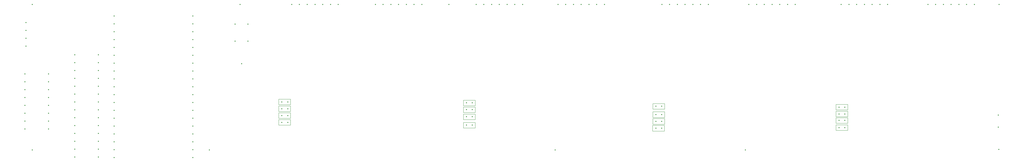
<source format=gbr>
%TF.GenerationSoftware,KiCad,Pcbnew,8.0.4*%
%TF.CreationDate,2024-08-06T16:15:26+08:00*%
%TF.ProjectId,LTC6811_ESP32_V2,4c544336-3831-4315-9f45-535033325f56,rev?*%
%TF.SameCoordinates,Original*%
%TF.FileFunction,Legend,Bot*%
%TF.FilePolarity,Positive*%
%FSLAX46Y46*%
G04 Gerber Fmt 4.6, Leading zero omitted, Abs format (unit mm)*
G04 Created by KiCad (PCBNEW 8.0.4) date 2024-08-06 16:15:26*
%MOMM*%
%LPD*%
G01*
G04 APERTURE LIST*
%ADD10C,0.120000*%
%ADD11C,0.350000*%
G04 APERTURE END LIST*
D10*
X183100000Y-157100000D02*
X186900000Y-157100000D01*
X186900000Y-158900000D01*
X183100000Y-158900000D01*
X183100000Y-157100000D01*
X183100000Y-149900000D02*
X186900000Y-149900000D01*
X186900000Y-151700000D01*
X183100000Y-151700000D01*
X183100000Y-149900000D01*
X244200000Y-153700000D02*
X248000000Y-153700000D01*
X248000000Y-155500000D01*
X244200000Y-155500000D01*
X244200000Y-153700000D01*
X303300000Y-153500000D02*
X307100000Y-153500000D01*
X307100000Y-155300000D01*
X303300000Y-155300000D01*
X303300000Y-153500000D01*
X123500000Y-156200000D02*
X127300000Y-156200000D01*
X127300000Y-158000000D01*
X123500000Y-158000000D01*
X123500000Y-156200000D01*
X123500000Y-149600000D02*
X127300000Y-149600000D01*
X127300000Y-151400000D01*
X123500000Y-151400000D01*
X123500000Y-149600000D01*
X244200000Y-151000000D02*
X248000000Y-151000000D01*
X248000000Y-152800000D01*
X244200000Y-152800000D01*
X244200000Y-151000000D01*
X183100000Y-154400000D02*
X186900000Y-154400000D01*
X186900000Y-156200000D01*
X183100000Y-156200000D01*
X183100000Y-154400000D01*
X303300000Y-151300000D02*
X307100000Y-151300000D01*
X307100000Y-153100000D01*
X303300000Y-153100000D01*
X303300000Y-151300000D01*
X303300000Y-155600000D02*
X307100000Y-155600000D01*
X307100000Y-157400000D01*
X303300000Y-157400000D01*
X303300000Y-155600000D01*
X123500000Y-151800000D02*
X127300000Y-151800000D01*
X127300000Y-153600000D01*
X123500000Y-153600000D01*
X123500000Y-151800000D01*
X183100000Y-152100000D02*
X186900000Y-152100000D01*
X186900000Y-153900000D01*
X183100000Y-153900000D01*
X183100000Y-152100000D01*
X244100000Y-158100000D02*
X247900000Y-158100000D01*
X247900000Y-159900000D01*
X244100000Y-159900000D01*
X244100000Y-158100000D01*
X303300000Y-157900000D02*
X307100000Y-157900000D01*
X307100000Y-159700000D01*
X303300000Y-159700000D01*
X303300000Y-157900000D01*
X244200000Y-155900000D02*
X248000000Y-155900000D01*
X248000000Y-157700000D01*
X244200000Y-157700000D01*
X244200000Y-155900000D01*
X123500000Y-154000000D02*
X127300000Y-154000000D01*
X127300000Y-155800000D01*
X123500000Y-155800000D01*
X123500000Y-154000000D01*
D11*
X355900000Y-165900000D03*
X70365000Y-122780000D03*
X70365000Y-125320000D03*
X70365000Y-127860000D03*
X70365000Y-130400000D03*
X70365000Y-132940000D03*
X70365000Y-135480000D03*
X70365000Y-138020000D03*
X70365000Y-140560000D03*
X70365000Y-143100000D03*
X70365000Y-145640000D03*
X70365000Y-148180000D03*
X70365000Y-150720000D03*
X70365000Y-153260000D03*
X70365000Y-155800000D03*
X70365000Y-158340000D03*
X70365000Y-160880000D03*
X70365000Y-163420000D03*
X70365000Y-165960000D03*
X70365000Y-168500000D03*
X95765000Y-168500000D03*
X95765000Y-165960000D03*
X95765000Y-163420000D03*
X95765000Y-160880000D03*
X95765000Y-158340000D03*
X95765000Y-155800000D03*
X95765000Y-153260000D03*
X95765000Y-150720000D03*
X95765000Y-148180000D03*
X95765000Y-145640000D03*
X95765000Y-143100000D03*
X95765000Y-140560000D03*
X95765000Y-138020000D03*
X95765000Y-135480000D03*
X95765000Y-132940000D03*
X95765000Y-130400000D03*
X95765000Y-127860000D03*
X95765000Y-125320000D03*
X95765000Y-122780000D03*
X355750000Y-154742500D03*
X355750000Y-158702500D03*
X304295000Y-154400000D03*
X306195000Y-154400000D03*
X247150000Y-119000000D03*
X249650000Y-119000000D03*
X252150000Y-119000000D03*
X254650000Y-119000000D03*
X257150000Y-119000000D03*
X259650000Y-119000000D03*
X262150000Y-119000000D03*
X275200000Y-119000000D03*
X277700000Y-119000000D03*
X280200000Y-119000000D03*
X282700000Y-119000000D03*
X285200000Y-119000000D03*
X287700000Y-119000000D03*
X290200000Y-119000000D03*
X356000000Y-119000000D03*
X184095000Y-155300000D03*
X185995000Y-155300000D03*
X178400000Y-119000000D03*
X41600000Y-141460000D03*
X41600000Y-144000000D03*
X41600000Y-146540000D03*
X41600000Y-149080000D03*
X41600000Y-151620000D03*
X41600000Y-154160000D03*
X41600000Y-156700000D03*
X41600000Y-159240000D03*
X49220000Y-159240000D03*
X49220000Y-156700000D03*
X49220000Y-154160000D03*
X49220000Y-151620000D03*
X49220000Y-149080000D03*
X49220000Y-146540000D03*
X49220000Y-144000000D03*
X49220000Y-141460000D03*
X304295000Y-152200000D03*
X306195000Y-152200000D03*
X304300000Y-158800000D03*
X306200000Y-158800000D03*
X320000000Y-119000000D03*
X317500000Y-119000000D03*
X315000000Y-119000000D03*
X312500000Y-119000000D03*
X310000000Y-119000000D03*
X307500000Y-119000000D03*
X305000000Y-119000000D03*
X124495000Y-154900000D03*
X126395000Y-154900000D03*
X184095000Y-153000000D03*
X185995000Y-153000000D03*
X184095000Y-158000000D03*
X185995000Y-158000000D03*
X274100000Y-166000000D03*
X65300000Y-168290000D03*
X65300000Y-165750000D03*
X65300000Y-163210000D03*
X65300000Y-160670000D03*
X65300000Y-158130000D03*
X65300000Y-155590000D03*
X65300000Y-153050000D03*
X65300000Y-150510000D03*
X65300000Y-147970000D03*
X65300000Y-145430000D03*
X65300000Y-142890000D03*
X65300000Y-140350000D03*
X65300000Y-137810000D03*
X65300000Y-135270000D03*
X57680000Y-135270000D03*
X57680000Y-137810000D03*
X57680000Y-140350000D03*
X57680000Y-142890000D03*
X57680000Y-145430000D03*
X57680000Y-147970000D03*
X57680000Y-150510000D03*
X57680000Y-153050000D03*
X57680000Y-155590000D03*
X57680000Y-158130000D03*
X57680000Y-160670000D03*
X57680000Y-163210000D03*
X57680000Y-165750000D03*
X57680000Y-168290000D03*
X127700000Y-119000000D03*
X130200000Y-119000000D03*
X132700000Y-119000000D03*
X135200000Y-119000000D03*
X137700000Y-119000000D03*
X140200000Y-119000000D03*
X142700000Y-119000000D03*
X124495000Y-150500000D03*
X126395000Y-150500000D03*
X111500000Y-138200000D03*
X113600000Y-130900000D03*
X109400000Y-130900000D03*
X113600000Y-125400000D03*
X109400000Y-125400000D03*
X304300000Y-156500000D03*
X306200000Y-156500000D03*
X212700000Y-166000000D03*
X154700000Y-119000000D03*
X157200000Y-119000000D03*
X159700000Y-119000000D03*
X162200000Y-119000000D03*
X164700000Y-119000000D03*
X167200000Y-119000000D03*
X169700000Y-119000000D03*
X44000000Y-119000000D03*
X124495000Y-152700000D03*
X126395000Y-152700000D03*
X187200000Y-119000000D03*
X189700000Y-119000000D03*
X192200000Y-119000000D03*
X194700000Y-119000000D03*
X197200000Y-119000000D03*
X199700000Y-119000000D03*
X202200000Y-119000000D03*
X111000000Y-119000000D03*
X245195000Y-151900000D03*
X247095000Y-151900000D03*
X101100000Y-166000000D03*
X213600000Y-119000000D03*
X216100000Y-119000000D03*
X218600000Y-119000000D03*
X221100000Y-119000000D03*
X223600000Y-119000000D03*
X226100000Y-119000000D03*
X228600000Y-119000000D03*
X333000000Y-119000000D03*
X335500000Y-119000000D03*
X338000000Y-119000000D03*
X340500000Y-119000000D03*
X343000000Y-119000000D03*
X345500000Y-119000000D03*
X348000000Y-119000000D03*
X245195000Y-159000000D03*
X247095000Y-159000000D03*
X44000000Y-166000000D03*
X184095000Y-150800000D03*
X185995000Y-150800000D03*
X245195000Y-156800000D03*
X247095000Y-156800000D03*
X245195000Y-154600000D03*
X247095000Y-154600000D03*
X41900000Y-124860000D03*
X41900000Y-127400000D03*
X41900000Y-129940000D03*
X41900000Y-132480000D03*
X124495000Y-157100000D03*
X126395000Y-157100000D03*
M02*

</source>
